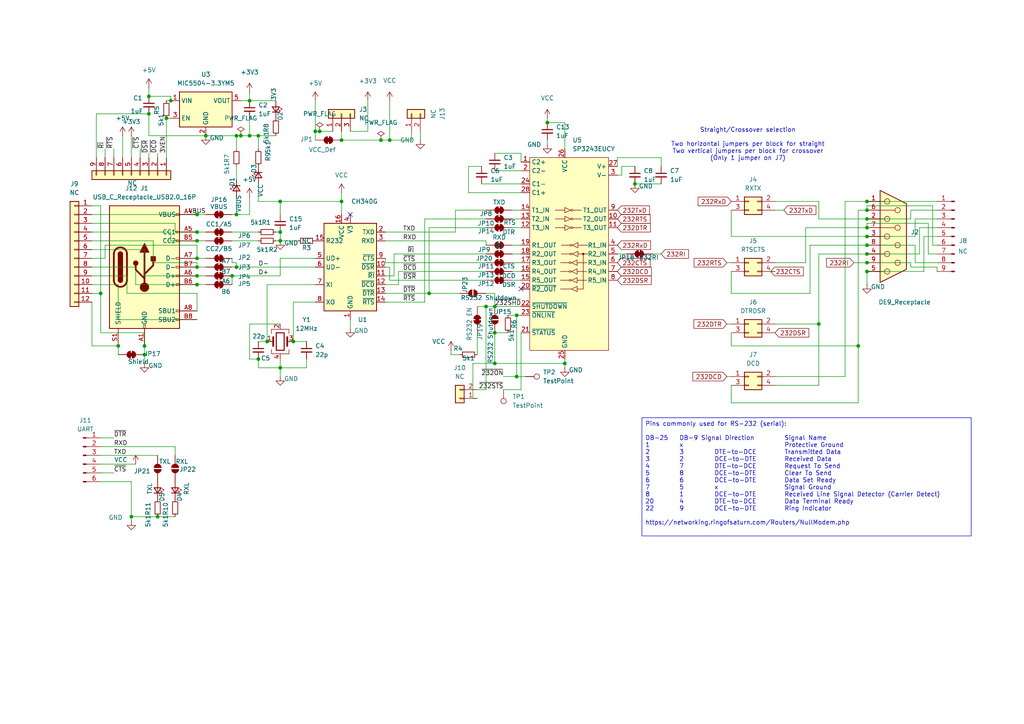
<source format=kicad_sch>
(kicad_sch (version 20231120) (generator "eeschema") (generator_version "8.0")
  (paper "A4")
  (title_block (title "Universal Serial Adapter") (rev "0") (company "ABNielsen.com") (comment 1 "License: https://creativecommons.org/licenses/by-sa/4.0/"))
  (junction (at 251.46 66.04))
  (junction (at 251.46 78.74))
  (junction (at 74.93 104.14))
  (junction (at 143.51 105.41))
  (junction (at 45.72 149.86))
  (junction (at 77.47 99.06))
  (junction (at 72.39 39.37))
  (junction (at 59.69 39.37))
  (junction (at 184.15 53.34))
  (junction (at 81.28 69.85))
  (junction (at 143.51 88.9))
  (junction (at 72.39 29.21))
  (junction (at 69.85 39.37))
  (junction (at 113.03 40.64))
  (junction (at 91.44 38.1))
  (junction (at 110.49 40.64))
  (junction (at 29.21 85.09))
  (junction (at 68.58 62.23))
  (junction (at 251.46 71.12))
  (junction (at 41.91 100.33))
  (junction (at 158.75 35.56))
  (junction (at 149.86 109.22))
  (junction (at 251.46 73.66))
  (junction (at 251.46 60.96))
  (junction (at 68.58 77.47))
  (junction (at 34.29 100.33))
  (junction (at 251.46 68.58))
  (junction (at 237.49 93.98))
  (junction (at 43.18 33.02))
  (junction (at 248.92 100.33))
  (junction (at 99.06 40.64))
  (junction (at 38.1 149.86))
  (junction (at 81.28 106.68))
  (junction (at 48.26 34.29))
  (junction (at 57.15 82.55))
  (junction (at 92.71 38.1))
  (junction (at 57.15 67.31))
  (junction (at 99.06 58.42))
  (junction (at 57.15 62.23))
  (junction (at 124.46 85.09))
  (junction (at 57.15 69.85))
  (junction (at 74.93 39.37))
  (junction (at 43.18 27.94))
  (junction (at 57.15 80.01))
  (junction (at 143.51 96.52))
  (junction (at 81.28 67.31))
  (junction (at 140.97 88.9))
  (junction (at 57.15 77.47))
  (junction (at 81.28 58.42))
  (junction (at 49.53 29.21))
  (junction (at 85.09 99.06))
  (junction (at 67.31 80.01))
  (junction (at 57.15 74.93))
  (junction (at 68.58 39.37))
  (junction (at 41.91 102.87))
  (junction (at 149.86 91.44))
  (junction (at 251.46 76.2))
  (junction (at 251.46 58.42))
  (junction (at 163.83 105.41))
  (junction (at 251.46 63.5))
  (no_connect (at 151.13 83.82))
  (no_connect (at 101.6 62.23))
  (wire (pts (xy 266.7 73.66) (xy 266.7 66.04)))
  (wire (pts (xy 251.46 63.5) (xy 264.16 63.5)))
  (wire (pts (xy 72.39 93.98) (xy 81.28 93.98)))
  (wire (pts (xy 210.82 109.22) (xy 212.09 109.22)))
  (wire (pts (xy 264.16 76.2) (xy 264.16 77.47)))
  (wire (pts (xy 39.37 77.47) (xy 26.67 77.47)))
  (wire (pts (xy 138.43 113.03) (xy 140.97 113.03)))
  (wire (pts (xy 140.97 88.9) (xy 143.51 88.9)))
  (wire (pts (xy 137.16 115.57) (xy 137.16 105.41)))
  (wire (pts (xy 74.93 106.68) (xy 81.28 106.68)))
  (wire (pts (xy 138.43 102.87) (xy 138.43 96.52)))
  (wire (pts (xy 39.37 82.55) (xy 39.37 77.47)))
  (wire (pts (xy 251.46 78.74) (xy 251.46 82.55)))
  (wire (pts (xy 99.06 58.42) (xy 99.06 62.23)))
  (wire (pts (xy 36.83 80.01) (xy 26.67 80.01)))
  (wire (pts (xy 146.05 113.03) (xy 151.13 113.03)))
  (wire (pts (xy 111.76 76.2) (xy 140.97 76.2)))
  (wire (pts (xy 74.93 58.42) (xy 81.28 58.42)))
  (wire (pts (xy 143.51 96.52) (xy 147.32 96.52)))
  (wire (pts (xy 271.78 68.58) (xy 267.97 68.58)))
  (wire (pts (xy 57.15 77.47) (xy 57.15 76.2)))
  (wire (pts (xy 180.34 48.26) (xy 184.15 48.26)))
  (wire (pts (xy 149.86 109.22) (xy 152.4 109.22)))
  (wire (pts (xy 148.59 73.66) (xy 151.13 73.66)))
  (wire (pts (xy 57.15 92.71) (xy 34.29 92.71)))
  (wire (pts (xy 43.18 25.4) (xy 43.18 27.94)))
  (wire (pts (xy 59.69 80.01) (xy 57.15 80.01)))
  (wire (pts (xy 80.01 67.31) (xy 81.28 67.31)))
  (wire (pts (xy 57.15 69.85) (xy 49.53 69.85)))
  (wire (pts (xy 91.44 38.1) (xy 92.71 38.1)))
  (wire (pts (xy 151.13 49.53) (xy 143.51 49.53)))
  (wire (pts (xy 251.46 76.2) (xy 264.16 76.2)))
  (wire (pts (xy 113.03 29.21) (xy 113.03 40.64)))
  (wire (pts (xy 72.39 26.67) (xy 72.39 29.21)))
  (wire (pts (xy 30.48 71.12) (xy 30.48 74.93)))
  (wire (pts (xy 33.02 43.18) (xy 33.02 45.72)))
  (wire (pts (xy 224.79 111.76) (xy 237.49 111.76)))
  (wire (pts (xy 148.59 76.2) (xy 151.13 76.2)))
  (wire (pts (xy 151.13 46.99) (xy 151.13 44.45)))
  (wire (pts (xy 179.07 45.72) (xy 191.77 45.72)))
  (wire (pts (xy 67.31 69.85) (xy 74.93 69.85)))
  (wire (pts (xy 270.51 71.12) (xy 270.51 59.69)))
  (wire (pts (xy 57.15 90.17) (xy 57.15 85.09)))
  (wire (pts (xy 68.58 39.37) (xy 59.69 39.37)))
  (wire (pts (xy 143.51 105.41) (xy 163.83 105.41)))
  (wire (pts (xy 57.15 62.23) (xy 59.69 62.23)))
  (wire (pts (xy 67.31 62.23) (xy 68.58 62.23)))
  (wire (pts (xy 248.92 100.33) (xy 248.92 60.96)))
  (wire (pts (xy 113.03 77.47) (xy 111.76 77.47)))
  (wire (pts (xy 110.49 40.64) (xy 99.06 40.64)))
  (wire (pts (xy 212.09 93.98) (xy 210.82 93.98)))
  (wire (pts (xy 179.07 73.66) (xy 181.61 73.66)))
  (wire (pts (xy 44.45 69.85) (xy 44.45 76.2)))
  (wire (pts (xy 41.91 72.39) (xy 41.91 80.01)))
  (wire (pts (xy 248.92 100.33) (xy 248.92 116.84)))
  (wire (pts (xy 113.03 40.64) (xy 110.49 40.64)))
  (wire (pts (xy 29.21 127) (xy 33.02 127)))
  (wire (pts (xy 158.75 34.29) (xy 158.75 35.56)))
  (wire (pts (xy 264.16 77.47) (xy 271.78 77.47)))
  (wire (pts (xy 26.67 74.93) (xy 30.48 74.93)))
  (wire (pts (xy 245.11 58.42) (xy 251.46 58.42)))
  (wire (pts (xy 74.93 53.34) (xy 74.93 58.42)))
  (wire (pts (xy 74.93 39.37) (xy 74.93 43.18)))
  (wire (pts (xy 140.97 113.03) (xy 140.97 88.9)))
  (wire (pts (xy 81.28 58.42) (xy 99.06 58.42)))
  (wire (pts (xy 135.89 55.88) (xy 135.89 48.26)))
  (wire (pts (xy 67.31 74.93) (xy 67.31 76.2)))
  (wire (pts (xy 224.79 78.74) (xy 223.52 78.74)))
  (wire (pts (xy 57.15 76.2) (xy 44.45 76.2)))
  (wire (pts (xy 91.44 82.55) (xy 77.47 82.55)))
  (wire (pts (xy 101.6 92.71) (xy 101.6 95.25)))
  (wire (pts (xy 85.09 87.63) (xy 85.09 99.06)))
  (wire (pts (xy 67.31 80.01) (xy 67.31 82.55)))
  (wire (pts (xy 212.09 78.74) (xy 212.09 85.09)))
  (wire (pts (xy 224.79 60.96) (xy 227.33 60.96)))
  (wire (pts (xy 140.97 69.85) (xy 140.97 71.12)))
  (wire (pts (xy 135.89 48.26) (xy 139.7 48.26)))
  (wire (pts (xy 67.31 76.2) (xy 68.58 76.2)))
  (wire (pts (xy 49.53 67.31) (xy 26.67 67.31)))
  (wire (pts (xy 111.76 76.2) (xy 111.76 74.93)))
  (wire (pts (xy 111.76 85.09) (xy 124.46 85.09)))
  (wire (pts (xy 265.43 71.12) (xy 251.46 71.12)))
  (wire (pts (xy 81.28 106.68) (xy 88.9 106.68)))
  (wire (pts (xy 34.29 82.55) (xy 26.67 82.55)))
  (wire (pts (xy 57.15 67.31) (xy 50.8 67.31)))
  (wire (pts (xy 264.16 60.96) (xy 271.78 60.96)))
  (wire (pts (xy 59.69 74.93) (xy 57.15 74.93)))
  (wire (pts (xy 146.05 109.22) (xy 149.86 109.22)))
  (wire (pts (xy 35.56 39.37) (xy 35.56 45.72)))
  (wire (pts (xy 57.15 85.09) (xy 36.83 85.09)))
  (wire (pts (xy 115.57 82.55) (xy 111.76 82.55)))
  (wire (pts (xy 68.58 48.26) (xy 68.58 52.07)))
  (wire (pts (xy 149.86 91.44) (xy 149.86 109.22)))
  (wire (pts (xy 143.51 96.52) (xy 143.51 105.41)))
  (wire (pts (xy 113.03 81.28) (xy 140.97 81.28)))
  (wire (pts (xy 271.78 77.47) (xy 271.78 78.74)))
  (wire (pts (xy 72.39 104.14) (xy 74.93 104.14)))
  (wire (pts (xy 29.21 129.54) (xy 50.8 129.54)))
  (wire (pts (xy 27.94 33.02) (xy 27.94 45.72)))
  (wire (pts (xy 237.49 93.98) (xy 237.49 73.66)))
  (wire (pts (xy 67.31 67.31) (xy 74.93 67.31)))
  (wire (pts (xy 269.24 64.77) (xy 269.24 73.66)))
  (wire (pts (xy 147.32 91.44) (xy 149.86 91.44)))
  (wire (pts (xy 101.6 38.1) (xy 106.68 38.1)))
  (wire (pts (xy 48.26 34.29) (xy 48.26 45.72)))
  (wire (pts (xy 91.44 29.21) (xy 91.44 38.1)))
  (wire (pts (xy 81.28 74.93) (xy 91.44 74.93)))
  (wire (pts (xy 40.64 43.18) (xy 40.64 45.72)))
  (wire (pts (xy 271.78 71.12) (xy 270.51 71.12)))
  (wire (pts (xy 29.21 132.08) (xy 45.72 132.08)))
  (wire (pts (xy 179.07 48.26) (xy 179.07 45.72)))
  (wire (pts (xy 265.43 68.58) (xy 251.46 68.58)))
  (wire (pts (xy 48.26 34.29) (xy 49.53 34.29)))
  (wire (pts (xy 148.59 63.5) (xy 151.13 63.5)))
  (wire (pts (xy 29.21 96.52) (xy 29.21 85.09)))
  (wire (pts (xy 233.68 66.04) (xy 251.46 66.04)))
  (wire (pts (xy 30.48 43.18) (xy 30.48 45.72)))
  (wire (pts (xy 74.93 106.68) (xy 74.93 104.14)))
  (wire (pts (xy 264.16 63.5) (xy 264.16 60.96)))
  (wire (pts (xy 123.19 63.5) (xy 140.97 63.5)))
  (wire (pts (xy 271.78 63.5) (xy 265.43 63.5)))
  (wire (pts (xy 132.08 60.96) (xy 132.08 67.31)))
  (wire (pts (xy 34.29 102.87) (xy 34.29 100.33)))
  (wire (pts (xy 34.29 100.33) (xy 26.67 100.33)))
  (wire (pts (xy 68.58 62.23) (xy 72.39 62.23)))
  (wire (pts (xy 50.8 67.31) (xy 50.8 64.77)))
  (wire (pts (xy 113.03 81.28) (xy 113.03 77.47)))
  (wire (pts (xy 224.79 109.22) (xy 245.11 109.22)))
  (wire (pts (xy 57.15 71.12) (xy 30.48 71.12)))
  (wire (pts (xy 237.49 63.5) (xy 251.46 63.5)))
  (wire (pts (xy 41.91 105.41) (xy 41.91 102.87)))
  (wire (pts (xy 68.58 57.15) (xy 68.58 62.23)))
  (wire (pts (xy 57.15 82.55) (xy 39.37 82.55)))
  (wire (pts (xy 38.1 149.86) (xy 45.72 149.86)))
  (wire (pts (xy 237.49 111.76) (xy 237.49 93.98)))
  (wire (pts (xy 115.57 82.55) (xy 115.57 78.74)))
  (wire (pts (xy 163.83 104.14) (xy 163.83 105.41)))
  (wire (pts (xy 189.23 73.66) (xy 191.77 73.66)))
  (wire (pts (xy 212.09 96.52) (xy 212.09 100.33)))
  (wire (pts (xy 248.92 60.96) (xy 251.46 60.96)))
  (wire (pts (xy 114.3 73.66) (xy 140.97 73.66)))
  (wire (pts (xy 163.83 35.56) (xy 163.83 43.18)))
  (wire (pts (xy 212.09 76.2) (xy 210.82 76.2)))
  (wire (pts (xy 251.46 58.42) (xy 271.78 58.42)))
  (wire (pts (xy 212.09 85.09) (xy 234.95 85.09)))
  (wire (pts (xy 212.09 100.33) (xy 248.92 100.33)))
  (wire (pts (xy 49.53 69.85) (xy 49.53 67.31)))
  (wire (pts (xy 41.91 72.39) (xy 26.67 72.39)))
  (wire (pts (xy 106.68 29.21) (xy 106.68 38.1)))
  (wire (pts (xy 158.75 35.56) (xy 163.83 35.56)))
  (wire (pts (xy 91.44 38.1) (xy 91.44 40.64)))
  (wire (pts (xy 80.01 39.37) (xy 74.93 39.37)))
  (wire (pts (xy 237.49 73.66) (xy 251.46 73.66)))
  (wire (pts (xy 224.79 76.2) (xy 233.68 76.2)))
  (wire (pts (xy 57.15 74.93) (xy 57.15 71.12)))
  (wire (pts (xy 212.09 116.84) (xy 212.09 111.76)))
  (wire (pts (xy 247.65 76.2) (xy 251.46 76.2)))
  (wire (pts (xy 224.79 58.42) (xy 237.49 58.42)))
  (wire (pts (xy 151.13 78.74) (xy 148.59 78.74)))
  (wire (pts (xy 72.39 34.29) (xy 72.39 39.37)))
  (wire (pts (xy 237.49 58.42) (xy 237.49 63.5)))
  (wire (pts (xy 36.83 85.09) (xy 36.83 80.01)))
  (wire (pts (xy 72.39 39.37) (xy 69.85 39.37)))
  (wire (pts (xy 248.92 116.84) (xy 212.09 116.84)))
  (wire (pts (xy 180.34 48.26) (xy 180.34 50.8)))
  (wire (pts (xy 245.11 109.22) (xy 245.11 58.42)))
  (wire (pts (xy 29.21 85.09) (xy 26.67 85.09)))
  (wire (pts (xy 267.97 68.58) (xy 267.97 78.74)))
  (wire (pts (xy 50.8 132.08) (xy 50.8 129.54)))
  (wire (pts (xy 38.1 149.86) (xy 38.1 139.7)))
  (wire (pts (xy 224.79 93.98) (xy 237.49 93.98)))
  (wire (pts (xy 234.95 85.09) (xy 234.95 71.12)))
  (wire (pts (xy 233.68 76.2) (xy 233.68 66.04)))
  (wire (pts (xy 29.21 137.16) (xy 33.02 137.16)))
  (wire (pts (xy 138.43 88.9) (xy 140.97 88.9)))
  (wire (pts (xy 151.13 44.45) (xy 143.51 44.45)))
  (wire (pts (xy 39.37 134.62) (xy 29.21 134.62)))
  (wire (pts (xy 191.77 48.26) (xy 191.77 45.72)))
  (wire (pts (xy 271.78 76.2) (xy 265.43 76.2)))
  (wire (pts (xy 81.28 62.23) (xy 81.28 58.42)))
  (wire (pts (xy 149.86 91.44) (xy 151.13 91.44)))
  (wire (pts (xy 140.97 78.74) (xy 115.57 78.74)))
  (wire (pts (xy 77.47 82.55) (xy 77.47 99.06)))
  (wire (pts (xy 85.09 99.06) (xy 88.9 99.06)))
  (wire (pts (xy 49.53 27.94) (xy 49.53 29.21)))
  (wire (pts (xy 57.15 69.85) (xy 59.69 69.85)))
  (wire (pts (xy 57.15 80.01) (xy 41.91 80.01)))
  (wire (pts (xy 138.43 115.57) (xy 137.16 115.57)))
  (wire (pts (xy 43.18 39.37) (xy 59.69 39.37)))
  (wire (pts (xy 267.97 78.74) (xy 251.46 78.74)))
  (wire (pts (xy 81.28 106.68) (xy 81.28 109.22)))
  (wire (pts (xy 43.18 33.02) (xy 27.94 33.02)))
  (wire (pts (xy 269.24 73.66) (xy 271.78 73.66)))
  (wire (pts (xy 251.46 64.77) (xy 269.24 64.77)))
  (wire (pts (xy 38.1 39.37) (xy 38.1 45.72)))
  (wire (pts (xy 43.18 44.45) (xy 43.18 45.72)))
  (wire (pts (xy 130.81 102.87) (xy 130.81 101.6)))
  (wire (pts (xy 148.59 71.12) (xy 151.13 71.12)))
  (wire (pts (xy 180.34 50.8) (xy 179.07 50.8)))
  (wire (pts (xy 67.31 77.47) (xy 68.58 77.47)))
  (wire (pts (xy 265.43 63.5) (xy 265.43 68.58)))
  (wire (pts (xy 44.45 69.85) (xy 26.67 69.85)))
  (wire (pts (xy 137.16 105.41) (xy 143.51 105.41)))
  (wire (pts (xy 111.76 69.85) (xy 140.97 69.85)))
  (wire (pts (xy 74.93 39.37) (xy 72.39 39.37)))
  (wire (pts (xy 111.76 80.01) (xy 114.3 80.01)))
  (wire (pts (xy 121.92 38.1) (xy 121.92 40.64)))
  (wire (pts (xy 68.58 77.47) (xy 91.44 77.47)))
  (wire (pts (xy 234.95 71.12) (xy 251.46 71.12)))
  (wire (pts (xy 80.01 69.85) (xy 81.28 69.85)))
  (wire (pts (xy 26.67 100.33) (xy 26.67 87.63)))
  (wire (pts (xy 212.09 68.58) (xy 251.46 68.58)))
  (wire (pts (xy 92.71 38.1) (xy 96.52 38.1)))
  (wire (pts (xy 270.51 59.69) (xy 251.46 59.69)))
  (wire (pts (xy 99.06 40.64) (xy 99.06 38.1)))
  (wire (pts (xy 251.46 73.66) (xy 266.7 73.66)))
  (wire (pts (xy 72.39 62.23) (xy 72.39 57.15)))
  (wire (pts (xy 29.21 59.69) (xy 26.67 59.69)))
  (wire (pts (xy 266.7 66.04) (xy 271.78 66.04)))
  (wire (pts (xy 29.21 85.09) (xy 29.21 59.69)))
  (wire (pts (xy 26.67 62.23) (xy 57.15 62.23)))
  (wire (pts (xy 81.28 80.01) (xy 81.28 74.93)))
  (wire (pts (xy 123.19 87.63) (xy 123.19 63.5)))
  (wire (pts (xy 124.46 85.09) (xy 124.46 66.04)))
  (wire (pts (xy 130.81 102.87) (xy 133.35 102.87)))
  (wire (pts (xy 38.1 139.7) (xy 29.21 139.7)))
  (wire (pts (xy 119.38 40.64) (xy 119.38 38.1)))
  (wire (pts (xy 41.91 100.33) (xy 41.91 96.52)))
  (wire (pts (xy 67.31 80.01) (xy 81.28 80.01)))
  (wire (pts (xy 151.13 55.88) (xy 135.89 55.88)))
  (wire (pts (xy 38.1 151.13) (xy 38.1 149.86)))
  (wire (pts (xy 111.76 87.63) (xy 123.19 87.63)))
  (wire (pts (xy 59.69 82.55) (xy 57.15 82.55)))
  (wire (pts (xy 57.15 77.47) (xy 59.69 77.47)))
  (wire (pts (xy 91.44 87.63) (xy 85.09 87.63)))
  (wire (pts (xy 143.51 85.09) (xy 143.51 88.9)))
  (wire (pts (xy 41.91 96.52) (xy 29.21 96.52)))
  (wire (pts (xy 265.43 76.2) (xy 265.43 71.12)))
  (wire (pts (xy 114.3 80.01) (xy 114.3 73.66)))
  (wire (pts (xy 132.08 60.96) (xy 140.97 60.96)))
  (wire (pts (xy 81.28 106.68) (xy 81.28 104.14)))
  (wire (pts (xy 212.09 60.96) (xy 212.09 68.58)))
  (wire (pts (xy 124.46 85.09) (xy 133.35 85.09)))
  (wire (pts (xy 72.39 29.21) (xy 80.01 29.21)))
  (wire (pts (xy 184.15 53.34) (xy 191.77 53.34)))
  (wire (pts (xy 132.08 67.31) (xy 111.76 67.31)))
  (wire (pts (xy 251.46 66.04) (xy 251.46 64.77)))
  (wire (pts (xy 148.59 60.96) (xy 151.13 60.96)))
  (wire (pts (xy 72.39 93.98) (xy 72.39 104.14)))
  (wire (pts (xy 148.59 81.28) (xy 151.13 81.28)))
  (wire (pts (xy 68.58 76.2) (xy 68.58 77.47)))
  (wire (pts (xy 113.03 40.64) (xy 119.38 40.64)))
  (wire (pts (xy 48.26 29.21) (xy 49.53 29.21)))
  (wire (pts (xy 74.93 99.06) (xy 77.47 99.06)))
  (wire (pts (xy 41.91 100.33) (xy 41.91 102.87)))
  (wire (pts (xy 163.83 105.41) (xy 163.83 106.68)))
  (wire (pts (xy 124.46 66.04) (xy 140.97 66.04)))
  (wire (pts (xy 151.13 96.52) (xy 151.13 113.03)))
  (wire (pts (xy 50.8 64.77) (xy 26.67 64.77)))
  (wire (pts (xy 69.85 39.37) (xy 68.58 39.37)))
  (wire (pts (xy 45.72 149.86) (xy 50.8 149.86)))
  (wire (pts (xy 143.51 88.9) (xy 151.13 88.9)))
  (wire (pts (xy 34.29 92.71) (xy 34.29 82.55)))
  (wire (pts (xy 81.28 69.85) (xy 86.36 69.85)))
  (wire (pts (xy 88.9 106.68) (xy 88.9 104.14)))
  (wire (pts (xy 81.28 67.31) (xy 81.28 69.85)))
  (wire (pts (xy 43.18 33.02) (xy 43.18 39.37)))
  (wire (pts (xy 148.59 66.04) (xy 151.13 66.04)))
  (wire (pts (xy 158.75 40.64) (xy 158.75 41.91)))
  (wire (pts (xy 57.15 67.31) (xy 59.69 67.31)))
  (wire (pts (xy 251.46 59.69) (xy 251.46 60.96)))
  (wire (pts (xy 140.97 85.09) (xy 143.51 85.09)))
  (wire (pts (xy 68.58 39.37) (xy 68.58 43.18)))
  (wire (pts (xy 45.72 44.45) (xy 45.72 45.72)))
  (wire (pts (xy 99.06 55.88) (xy 99.06 58.42)))
  (wire (pts (xy 151.13 53.34) (xy 139.7 53.34)))
  (wire (pts (xy 43.18 27.94) (xy 49.53 27.94)))
  (wire (pts (xy 69.85 29.21) (xy 72.39 29.21)))
  (text_box "Pins commonly used for RS-232 (serial):\n\nDB-25	DB-9 Signal Direction	Signal Name\n1	 	x						Protective Ground\n2		3		DTE-to-DCE		Transmitted Data\n3		2		DCE-to-DTE		Received Data\n4		7		DTE-to-DCE		Request To Send\n5		8		DCE-to-DTE		Clear To Send\n6		6		DCE-to-DTE		Data Set Ready\n7		5		x				Signal Ground\n8		1		DCE-to-DTE		Received Line Signal Detector (Carrier Detect)\n20		4		DTE-to-DCE		Data Terminal Ready\n22		9		DCE-to-DTE		Ring Indicator\n\nhttps://networking.ringofsaturn.com/Routers/NullModem.php" (at 186.182 121.158 0) (size 95.504 34.29) (effects (font (size 1.27 1.27)) (justify left top)))
  (text "Straight/Crossover selection\n\nTwo horizontal jumpers per block for straight\nTwo vertical jumpers per block for crossover\n(Only 1 jumper on J7)" (at 216.916 41.91 0) (effects (font (size 1.27 1.27))))
  (label "VBUS" (at 54.61 62.23 0))
  (label "~{DCD}" (at 45.72 44.45 90))
  (label "TXD" (at 116.84 67.31 0))
  (label "~{CTS}" (at 40.64 43.18 90))
  (label "~{232SHD}" (at 143.51 88.9 0))
  (label "D-" (at 74.93 77.47 0))
  (label "~{RI}" (at 118.11 73.66 0))
  (label "~{DSR}" (at 116.84 81.28 0))
  (label "~{DSR}" (at 43.18 44.45 90))
  (label "~{232ON}" (at 146.05 109.22 180))
  (label "3VEN" (at 48.26 44.45 90))
  (label "~{RTS}" (at 116.84 87.63 0))
  (label "~{DTR}" (at 116.84 85.09 0))
  (label "RXD" (at 116.84 69.85 0))
  (label "D+" (at 74.93 80.01 0))
  (label "~{DTR}" (at 33.02 127 0))
  (label "~{CTS}" (at 116.84 76.2 0))
  (label "~{DCD}" (at 116.84 78.74 0))
  (label "RXD" (at 33.02 129.54 0))
  (label "TXD" (at 33.02 132.08 0))
  (label "~{RTS}" (at 33.02 43.18 90))
  (label "~{232STS}" (at 146.05 113.03 180))
  (label "~{CTS}" (at 33.02 137.16 0))
  (label "~{RI}" (at 30.48 43.18 90))
  (global_label "232CTS" (shape input) (at 223.52 78.74 0) (property "Intersheetrefs" "${INTERSHEET_REFS}" (effects (hide yes))))
  (global_label "232RxD" (shape input) (at 212.09 58.42 180) (property "Intersheetrefs" "${INTERSHEET_REFS}" (effects (hide yes))))
  (global_label "232CTS" (shape input) (at 179.07 76.2 0) (property "Intersheetrefs" "${INTERSHEET_REFS}" (effects (hide yes))))
  (global_label "232RxD" (shape input) (at 179.07 71.12 0) (property "Intersheetrefs" "${INTERSHEET_REFS}" (effects (hide yes))))
  (global_label "232DTR" (shape input) (at 179.07 66.04 0) (property "Intersheetrefs" "${INTERSHEET_REFS}" (effects (hide yes))))
  (global_label "232DCD" (shape input) (at 179.07 78.74 0) (property "Intersheetrefs" "${INTERSHEET_REFS}" (effects (hide yes))))
  (global_label "232TxD" (shape input) (at 179.07 60.96 0) (property "Intersheetrefs" "${INTERSHEET_REFS}" (effects (hide yes))))
  (global_label "232RTS" (shape input) (at 179.07 63.5 0) (property "Intersheetrefs" "${INTERSHEET_REFS}" (effects (hide yes))))
  (global_label "232TxD" (shape input) (at 227.33 60.96 0) (property "Intersheetrefs" "${INTERSHEET_REFS}" (effects (hide yes))))
  (global_label "232DSR" (shape input) (at 224.79 96.52 0) (property "Intersheetrefs" "${INTERSHEET_REFS}" (effects (hide yes))))
  (global_label "232DTR" (shape input) (at 210.82 93.98 180) (property "Intersheetrefs" "${INTERSHEET_REFS}" (effects (hide yes))))
  (global_label "232DCD" (shape input) (at 210.82 109.22 180) (property "Intersheetrefs" "${INTERSHEET_REFS}" (effects (hide yes))))
  (global_label "232RTS" (shape input) (at 210.82 76.2 180) (property "Intersheetrefs" "${INTERSHEET_REFS}" (effects (hide yes))))
  (global_label "232RI" (shape input) (at 191.77 73.66 0) (property "Intersheetrefs" "${INTERSHEET_REFS}" (effects (hide yes))))
  (global_label "232DSR" (shape input) (at 179.07 81.28 0) (property "Intersheetrefs" "${INTERSHEET_REFS}" (effects (hide yes))))
  (global_label "232RI" (shape input) (at 247.65 76.2 180) (property "Intersheetrefs" "${INTERSHEET_REFS}" (effects (hide yes))))
  (symbol (lib_id "Connector:TestPoint") (at 146.05 113.03 180) (unit 1)
    (property "Reference" "TP1" (at 148.59 115.0619 0) (effects (justify right)))
    (property "Value" "TestPoint" (at 148.59 117.6019 0) (effects (justify right)))
    (property "Footprint" "TestPoint:TestPoint_Pad_D1.0mm" (effects (hide yes)))
    (property "Description" "test point" (effects (hide yes)))
  )
  (symbol (lib_id "Connector_Generic:Conn_01x02") (at 119.38 33.02 90) (unit 1)
    (property "Reference" "J13" (at 128.27 33.02 0))
    (property "Value" "NC" (at 125.73 33.02 0))
    (property "Footprint" "Connector_PinHeader_2.54mm:PinHeader_1x02_P2.54mm_Vertical" (effects (hide yes)))
    (property "Description" "Generic connector, single row, 01x02, script generated (kicad-library-utils/schlib/autogen/connector/)" (effects (hide yes)))
  )
  (symbol (lib_id "power:PWR_FLAG") (at 92.71 38.1 0) (unit 1)
    (property "Reference" "#FLG01" (effects (hide yes)))
    (property "Value" "PWR_FLAG" (at 92.71 33.02 0))
    (property "Description" "Special symbol for telling ERC where power comes from" (effects (hide yes)))
  )
  (symbol (lib_id "power:+5V") (at 43.18 25.4 0) (unit 1)
    (property "Reference" "#PWR01" (effects (hide yes)))
    (property "Value" "+5V" (at 43.18 20.32 0))
    (property "Description" "Power symbol creates a global label with name \"+5V\"" (effects (hide yes)))
  )
  (symbol (lib_id "power:GND") (at 251.46 82.55 0) (unit 1)
    (property "Reference" "#PWR08" (effects (hide yes)))
    (property "Value" "GND" (at 254.635 83.185 0))
    (property "Description" "Power symbol creates a global label with name \"GND\" , ground" (effects (hide yes)))
  )
  (symbol (lib_id "power:GND") (at 41.91 105.41 0) (unit 1)
    (property "Reference" "#PWR06" (effects (hide yes)))
    (property "Value" "GND" (at 45.085 106.045 0))
    (property "Description" "Power symbol creates a global label with name \"GND\" , ground" (effects (hide yes)))
  )
  (symbol (lib_id "Device:LED_Small") (at 74.93 50.8 90) (mirror x) (unit 1)
    (property "Reference" "D3" (at 73.66 48.895 0))
    (property "Value" "VCC" (at 75.565 55.245 0))
    (property "Footprint" "LED_SMD:LED_0603_1608Metric" (effects (hide yes)))
    (property "LCSC" "C2286" (effects (hide yes)))
  )
  (symbol (lib_id "Device:C_Small") (at 158.75 38.1 0) (unit 1)
    (property "Reference" "C13" (at 161.29 36.8362 0) (effects (justify left)))
    (property "Value" "1uF" (at 161.29 39.3762 0) (effects (justify left)))
    (property "Footprint" "Capacitor_SMD:C_0805_2012Metric" (effects (hide yes)))
    (property "LCSC" "C28323" (effects (hide yes)))
  )
  (symbol (lib_id "power:+3V3") (at 72.39 26.67 0) (unit 1)
    (property "Reference" "#PWR03" (effects (hide yes)))
    (property "Value" "+3V3" (at 72.39 20.955 0))
    (property "Description" "Power symbol creates a global label with name \"+3V3\"" (effects (hide yes)))
  )
  (symbol (lib_id "Jumper:SolderJumper_2_Bridged") (at 144.78 60.96 0) (unit 1) (exclude_from_sim yes) (in_bom no)
    (property "Reference" "JP8" (at 140.97 61.976 0))
    (property "Value" "TXD" (at 144.78 58.674 0))
    (property "Footprint" "Jumper:SolderJumper-2_P1.3mm_Bridged_RoundedPad1.0x1.5mm" (effects (hide yes)))
    (property "Description" "Solder Jumper, 2-pole, closed/bridged" (effects (hide yes)))
  )
  (symbol (lib_id "power:GND") (at 163.83 106.68 0) (unit 1)
    (property "Reference" "#PWR012" (effects (hide yes)))
    (property "Value" "GND" (at 167.005 107.315 0))
    (property "Description" "Power symbol creates a global label with name \"GND\" , ground" (effects (hide yes)))
  )
  (symbol (lib_id "Connector:DE9_Receptacle") (at 259.08 68.58 0) (unit 1)
    (property "Reference" "J2" (at 264.16 67.3099 0) (effects (justify left)))
    (property "Value" "DE9_Receptacle" (at 254.762 87.63 0) (effects (justify left)))
    (property "Footprint" "Connector_Dsub:DSUB-9_Female_Horizontal_P2.77x2.84mm_EdgePinOffset7.70mm_Housed_MountingHolesOffset9.12mm" (effects (hide yes)))
    (property "Description" "9-pin female receptacle socket D-SUB connector" (effects (hide yes)))
    (property "LCSC" "C19077344" (effects (hide yes)))
  )
  (symbol (lib_id "Device:R_Small") (at 77.47 69.85 90) (unit 1)
    (property "Reference" "R2" (at 79.248 72.39 90))
    (property "Value" "5k1" (at 76.2 72.39 90))
    (property "Footprint" "Resistor_SMD:R_0805_2012Metric" (effects (hide yes)))
    (property "Description" "Resistor, small symbol" (effects (hide yes)))
  )
  (symbol (lib_id "Jumper:SolderJumper_2_Bridged") (at 144.78 63.5 0) (unit 1) (exclude_from_sim yes) (in_bom no)
    (property "Reference" "JP10" (at 140.97 64.77 0))
    (property "Value" "RTS" (at 147.828 64.516 0))
    (property "Footprint" "Jumper:SolderJumper-2_P1.3mm_Bridged_RoundedPad1.0x1.5mm" (effects (hide yes)))
    (property "Description" "Solder Jumper, 2-pole, closed/bridged" (effects (hide yes)))
  )
  (symbol (lib_id "power:GND") (at 101.6 95.25 0) (unit 1)
    (property "Reference" "#PWR018" (effects (hide yes)))
    (property "Value" "GND" (at 104.775 95.885 0))
    (property "Description" "Power symbol creates a global label with name \"GND\" , ground" (effects (hide yes)))
  )
  (symbol (lib_id "power:+5V") (at 35.56 39.37 0) (unit 1)
    (property "Reference" "#PWR022" (effects (hide yes)))
    (property "Value" "+5V" (at 35.56 34.29 0))
    (property "Description" "Power symbol creates a global label with name \"+5V\"" (effects (hide yes)))
  )
  (symbol (lib_id "Jumper:SolderJumper_2_Bridged") (at 185.42 73.66 0) (unit 1) (exclude_from_sim yes) (in_bom no)
    (property "Reference" "JP18" (at 181.61 74.676 0))
    (property "Value" "232RI" (at 188.214 74.676 0))
    (property "Footprint" "Jumper:SolderJumper-2_P1.3mm_Bridged_RoundedPad1.0x1.5mm" (effects (hide yes)))
    (property "Description" "Solder Jumper, 2-pole, closed/bridged" (effects (hide yes)))
  )
  (symbol (lib_id "power:+3V3") (at 106.68 29.21 0) (unit 1)
    (property "Reference" "#PWR010" (effects (hide yes)))
    (property "Value" "+3V3" (at 106.68 23.495 0))
    (property "Description" "Power symbol creates a global label with name \"+3V3\"" (effects (hide yes)))
  )
  (symbol (lib_id "Connector:TestPoint") (at 152.4 109.22 270) (unit 1)
    (property "Reference" "TP2" (at 157.48 107.9499 90) (effects (justify left)))
    (property "Value" "TestPoint" (at 157.48 110.4899 90) (effects (justify left)))
    (property "Footprint" "TestPoint:TestPoint_Pad_D1.0mm" (effects (hide yes)))
    (property "Description" "test point" (effects (hide yes)))
  )
  (symbol (lib_id "Device:C_Small") (at 191.77 50.8 0) (unit 1)
    (property "Reference" "C7" (at 194.31 49.5362 0) (effects (justify left)))
    (property "Value" "1uF" (at 194.31 52.0762 0) (effects (justify left)))
    (property "Footprint" "Capacitor_SMD:C_0805_2012Metric" (effects (hide yes)))
    (property "LCSC" "C28323" (effects (hide yes)))
  )
  (symbol (lib_id "Device:Crystal_GND24") (at 81.28 99.06 0) (unit 1)
    (property "Reference" "Y1" (at 88.9 92.7414 0))
    (property "Value" "12MHz" (at 88.9 95.2814 0))
    (property "Footprint" "Crystal:Crystal_SMD_3225-4Pin_3.2x2.5mm" (effects (hide yes)))
    (property "Description" "Four pin crystal, GND on pins 2 and 4" (effects (hide yes)))
    (property "LCSC" "C133334" (effects (hide yes)))
  )
  (symbol (lib_id "power:GND") (at 158.75 41.91 0) (unit 1)
    (property "Reference" "#PWR017" (effects (hide yes)))
    (property "Value" "GND" (at 154.94 41.91 0))
    (property "Description" "Power symbol creates a global label with name \"GND\" , ground" (effects (hide yes)))
  )
  (symbol (lib_id "Connector_Generic:Conn_02x02_Odd_Even") (at 217.17 76.2 0) (unit 1)
    (property "Reference" "J5" (at 218.44 69.85 0))
    (property "Value" "RTSCTS" (at 218.44 72.39 0))
    (property "Footprint" "Connector_PinHeader_2.54mm:PinHeader_2x02_P2.54mm_Vertical" (effects (hide yes)))
    (property "Description" "Generic connector, double row, 02x02, odd/even pin numbering scheme (row 1 odd numbers, row 2 even numbers), script generated (kicad-library-utils/schlib/autogen/connector/)" (effects (hide yes)))
    (property "LCSC" "C492419" (effects (hide yes)))
  )
  (symbol (lib_id "Jumper:SolderJumper_2_Open") (at 45.72 135.89 270) (unit 1) (exclude_from_sim yes) (in_bom no)
    (property "Reference" "JP21" (at 43.688 136.652 90) (effects (justify right)))
    (property "Value" "TXL" (at 49.53 133.858 90) (effects (justify right)))
    (property "Footprint" "Jumper:SolderJumper-2_P1.3mm_Open_RoundedPad1.0x1.5mm" (effects (hide yes)))
    (property "Description" "Solder Jumper, 2-pole, open" (effects (hide yes)))
  )
  (symbol (lib_id "power:PWR_FLAG") (at 110.49 40.64 0) (unit 1)
    (property "Reference" "#FLG03" (effects (hide yes)))
    (property "Value" "PWR_FLAG" (at 110.49 35.56 0))
    (property "Description" "Special symbol for telling ERC where power comes from" (effects (hide yes)))
  )
  (symbol (lib_id "Device:LED_Small") (at 50.8 142.24 270) (mirror x) (unit 1)
    (property "Reference" "D4" (at 52.07 144.145 0))
    (property "Value" "RXL" (at 54.102 141.732 0))
    (property "Footprint" "LED_SMD:LED_0603_1608Metric" (effects (hide yes)))
    (property "LCSC" "C2286" (effects (hide yes)))
  )
  (symbol (lib_id "power:VCC") (at 99.06 55.88 0) (unit 1)
    (property "Reference" "#PWR019" (effects (hide yes)))
    (property "Value" "VCC" (at 99.06 50.8 0))
    (property "Description" "Power symbol creates a global label with name \"VCC\"" (effects (hide yes)))
  )
  (symbol (lib_id "Device:R_Small") (at 50.8 147.32 180) (unit 1)
    (property "Reference" "R10" (at 48.006 147.574 90))
    (property "Value" "5k1" (at 48.006 151.13 90))
    (property "Footprint" "Resistor_SMD:R_0805_2012Metric" (effects (hide yes)))
    (property "Description" "Resistor, small symbol" (effects (hide yes)))
  )
  (symbol (lib_id "Device:C_Small") (at 184.15 50.8 0) (unit 1)
    (property "Reference" "C8" (at 186.69 49.5362 0) (effects (justify left)))
    (property "Value" "1uF" (at 186.69 52.0762 0) (effects (justify left)))
    (property "Footprint" "Capacitor_SMD:C_0805_2012Metric" (effects (hide yes)))
    (property "LCSC" "C28323" (effects (hide yes)))
  )
  (symbol (lib_id "Device:C_Small") (at 74.93 101.6 0) (unit 1)
    (property "Reference" "C5" (at 75.692 103.886 0) (effects (justify left)))
    (property "Value" "22p" (at 73.152 97.536 0) (effects (justify left)))
    (property "Footprint" "Capacitor_SMD:C_0805_2012Metric" (effects (hide yes)))
    (property "Description" "Unpolarized capacitor, small symbol" (effects (hide yes)))
  )
  (symbol (lib_id "Device:R_Small") (at 45.72 147.32 180) (unit 1)
    (property "Reference" "R11" (at 42.926 147.574 90))
    (property "Value" "5k1" (at 42.926 151.13 90))
    (property "Footprint" "Resistor_SMD:R_0805_2012Metric" (effects (hide yes)))
    (property "Description" "Resistor, small symbol" (effects (hide yes)))
  )
  (symbol (lib_id "Jumper:SolderJumper_2_Bridged") (at 63.5 69.85 180) (unit 1) (exclude_from_sim yes) (in_bom no)
    (property "Reference" "JP7" (at 70.866 71.12 0))
    (property "Value" "CC2/B5" (at 63.5 72.136 0))
    (property "Footprint" "Jumper:SolderJumper-2_P1.3mm_Bridged_RoundedPad1.0x1.5mm" (effects (hide yes)))
    (property "Description" "Solder Jumper, 2-pole, closed/bridged" (effects (hide yes)))
  )
  (symbol (lib_id "power:GND") (at 81.28 109.22 0) (unit 1)
    (property "Reference" "#PWR07" (effects (hide yes)))
    (property "Value" "GND" (at 84.455 109.855 0))
    (property "Description" "Power symbol creates a global label with name \"GND\" , ground" (effects (hide yes)))
  )
  (symbol (lib_id "power:GND") (at 121.92 40.64 0) (unit 1)
    (property "Reference" "#PWR023" (effects (hide yes)))
    (property "Value" "GND" (at 118.11 40.64 0))
    (property "Description" "Power symbol creates a global label with name \"GND\" , ground" (effects (hide yes)))
  )
  (symbol (lib_id "power:VCC") (at 39.37 134.62 0) (unit 1)
    (property "Reference" "#PWR014" (effects (hide yes)))
    (property "Value" "VCC" (at 35.052 133.35 0))
    (property "Description" "Power symbol creates a global label with name \"VCC\"" (effects (hide yes)))
  )
  (symbol (lib_id "power:GND") (at 81.28 69.85 0) (unit 1)
    (property "Reference" "#PWR05" (effects (hide yes)))
    (property "Value" "GND" (at 84.455 70.485 0))
    (property "Description" "Power symbol creates a global label with name \"GND\" , ground" (effects (hide yes)))
  )
  (symbol (lib_id "Jumper:SolderJumper_2_Bridged") (at 144.78 81.28 0) (unit 1) (exclude_from_sim yes) (in_bom no)
    (property "Reference" "JP12" (at 140.97 82.296 0))
    (property "Value" "DSR" (at 147.574 82.55 0))
    (property "Footprint" "Jumper:SolderJumper-2_P1.3mm_Bridged_RoundedPad1.0x1.5mm" (effects (hide yes)))
    (property "Description" "Solder Jumper, 2-pole, closed/bridged" (effects (hide yes)))
  )
  (symbol (lib_id "Jumper:SolderJumper_2_Bridged") (at 144.78 71.12 0) (unit 1) (exclude_from_sim yes) (in_bom no)
    (property "Reference" "JP9" (at 140.462 72.39 0))
    (property "Value" "RXD" (at 144.78 68.834 0))
    (property "Footprint" "Jumper:SolderJumper-2_P1.3mm_Bridged_RoundedPad1.0x1.5mm" (effects (hide yes)))
    (property "Description" "Solder Jumper, 2-pole, closed/bridged" (effects (hide yes)))
  )
  (symbol (lib_id "power:+5V") (at 72.39 57.15 0) (unit 1)
    (property "Reference" "#PWR04" (effects (hide yes)))
    (property "Value" "+5V" (at 72.39 52.07 0))
    (property "Description" "Power symbol creates a global label with name \"+5V\"" (effects (hide yes)))
  )
  (symbol (lib_id "Device:LED_Small") (at 80.01 31.75 270) (mirror x) (unit 1)
    (property "Reference" "D2" (at 81.28 33.655 0))
    (property "Value" "3V3" (at 79.375 27.305 0))
    (property "Footprint" "LED_SMD:LED_0603_1608Metric" (effects (hide yes)))
    (property "LCSC" "C2286" (effects (hide yes)))
  )
  (symbol (lib_id "Jumper:SolderJumper_2_Bridged") (at 63.5 80.01 0) (unit 1) (exclude_from_sim yes) (in_bom no)
    (property "Reference" "JP4" (at 70.866 80.264 0))
    (property "Value" "A6" (at 65.532 81.534 0))
    (property "Footprint" "Jumper:SolderJumper-2_P1.3mm_Bridged_RoundedPad1.0x1.5mm" (effects (hide yes)))
    (property "Description" "Solder Jumper, 2-pole, closed/bridged" (effects (hide yes)))
  )
  (symbol (lib_id "Device:R_Small") (at 68.58 45.72 180) (unit 1)
    (property "Reference" "R7" (at 65.786 45.974 90))
    (property "Value" "5k1" (at 65.786 48.768 90))
    (property "Footprint" "Resistor_SMD:R_0805_2012Metric" (effects (hide yes)))
    (property "Description" "Resistor, small symbol" (effects (hide yes)))
  )
  (symbol (lib_id "Device:R_Small") (at 77.47 67.31 90) (unit 1)
    (property "Reference" "R1" (at 77.216 64.516 90))
    (property "Value" "5k1" (at 74.422 64.516 90))
    (property "Footprint" "Resistor_SMD:R_0805_2012Metric" (effects (hide yes)))
    (property "Description" "Resistor, small symbol" (effects (hide yes)))
  )
  (symbol (lib_id "Device:R_Small") (at 74.93 45.72 0) (unit 1)
    (property "Reference" "R9" (at 77.724 45.466 90))
    (property "Value" "5k1" (at 77.724 42.672 90))
    (property "Footprint" "Resistor_SMD:R_0805_2012Metric" (effects (hide yes)))
    (property "Description" "Resistor, small symbol" (effects (hide yes)))
  )
  (symbol (lib_id "Connector_Generic:Conn_01x03") (at 99.06 33.02 90) (unit 1)
    (property "Reference" "J3" (at 104.14 31.7499 90) (effects (justify right)))
    (property "Value" "NC" (at 104.14 34.2899 90) (effects (justify right)))
    (property "Footprint" "Connector_PinHeader_2.54mm:PinHeader_1x03_P2.54mm_Vertical" (effects (hide yes)))
    (property "Description" "Generic connector, single row, 01x03, script generated (kicad-library-utils/schlib/autogen/connector/)" (effects (hide yes)))
  )
  (symbol (lib_id "Regulator_Linear:MIC5504-3.3YM5") (at 59.69 31.75 0) (unit 1)
    (property "Reference" "U3" (at 59.69 21.59 0))
    (property "Value" "MIC5504-3.3YM5" (at 59.69 24.13 0))
    (property "Footprint" "Package_TO_SOT_SMD:SOT-23-5" (effects (hide yes)))
    (property "Datasheet" "http://ww1.microchip.com/downloads/en/DeviceDoc/MIC550X.pdf" (effects (hide yes)))
    (property "LCSC" "C2832127" (effects (hide yes)))
  )
  (symbol (lib_id "Connector_Generic:Conn_02x02_Odd_Even") (at 217.17 93.98 0) (unit 1)
    (property "Reference" "J6" (at 218.44 87.63 0))
    (property "Value" "DTRDSR" (at 218.44 90.17 0))
    (property "Footprint" "Connector_PinHeader_2.54mm:PinHeader_2x02_P2.54mm_Vertical" (effects (hide yes)))
    (property "Description" "Generic connector, double row, 02x02, odd/even pin numbering scheme (row 1 odd numbers, row 2 even numbers), script generated (kicad-library-utils/schlib/autogen/connector/)" (effects (hide yes)))
    (property "LCSC" "C492419" (effects (hide yes)))
  )
  (symbol (lib_id "Device:R_Small") (at 147.32 93.98 180) (unit 1)
    (property "Reference" "R6" (at 149.098 93.98 90))
    (property "Value" "5k1" (at 148.336 97.282 90))
    (property "Footprint" "Resistor_SMD:R_0805_2012Metric" (effects (hide yes)))
    (property "Description" "Resistor, small symbol" (effects (hide yes)))
  )
  (symbol (lib_id "Connector_Generic:Conn_01x12") (at 21.59 72.39 0) (mirror y) (unit 1)
    (property "Reference" "J9" (at 21.59 53.34 0))
    (property "Value" "NC" (at 21.59 55.88 0))
    (property "Footprint" "Connector_PinHeader_2.54mm:PinHeader_2x06_P2.54mm_Vertical" (effects (hide yes)))
    (property "Description" "Generic connector, single row, 01x12, script generated (kicad-library-utils/schlib/autogen/connector/)" (effects (hide yes)))
  )
  (symbol (lib_id "power:+3V3") (at 38.1 39.37 0) (unit 1)
    (property "Reference" "#PWR021" (effects (hide yes)))
    (property "Value" "+3V3" (at 38.1 35.306 0))
    (property "Description" "Power symbol creates a global label with name \"+3V3\"" (effects (hide yes)))
  )
  (symbol (lib_id "Jumper:SolderJumper_2_Open") (at 137.16 85.09 180) (unit 1) (exclude_from_sim yes) (in_bom no)
    (property "Reference" "JP23" (at 134.874 85.09 90) (effects (justify right)))
    (property "Value" "RS232 Shutdown" (at 133.604 86.36 0) (effects (justify right)))
    (property "Footprint" "Jumper:SolderJumper-2_P1.3mm_Open_RoundedPad1.0x1.5mm" (effects (hide yes)))
    (property "Description" "Solder Jumper, 2-pole, open" (effects (hide yes)))
  )
  (symbol (lib_id "Jumper:SolderJumper_2_Bridged") (at 63.5 67.31 0) (unit 1) (exclude_from_sim yes) (in_bom no)
    (property "Reference" "JP6" (at 70.866 68.326 0))
    (property "Value" "CC1/A5" (at 63.5 65.024 0))
    (property "Footprint" "Jumper:SolderJumper-2_P1.3mm_Bridged_RoundedPad1.0x1.5mm" (effects (hide yes)))
    (property "Description" "Solder Jumper, 2-pole, closed/bridged" (effects (hide yes)))
  )
  (symbol (lib_id "Connector_Generic:Conn_01x02") (at 133.35 115.57 180) (unit 1)
    (property "Reference" "J10" (at 133.35 106.68 0))
    (property "Value" "NC" (at 133.35 109.22 0))
    (property "Footprint" "Connector_PinHeader_2.54mm:PinHeader_1x02_P2.54mm_Vertical" (effects (hide yes)))
    (property "Description" "Generic connector, single row, 01x02, script generated (kicad-library-utils/schlib/autogen/connector/)" (effects (hide yes)))
  )
  (symbol (lib_id "Jumper:SolderJumper_2_Bridged") (at 144.78 73.66 0) (unit 1) (exclude_from_sim yes) (in_bom no)
    (property "Reference" "JP20" (at 140.462 74.93 0))
    (property "Value" "RI" (at 144.78 71.374 0))
    (property "Footprint" "Jumper:SolderJumper-2_P1.3mm_Bridged_RoundedPad1.0x1.5mm" (effects (hide yes)))
    (property "Description" "Solder Jumper, 2-pole, closed/bridged" (effects (hide yes)))
  )
  (symbol (lib_id "Device:C_Small") (at 72.39 31.75 0) (unit 1)
    (property "Reference" "C2" (at 74.93 30.4862 0) (effects (justify left)))
    (property "Value" "1uF" (at 74.93 33.0262 0) (effects (justify left)))
    (property "Footprint" "Capacitor_SMD:C_0805_2012Metric" (effects (hide yes)))
    (property "LCSC" "C28323" (effects (hide yes)))
  )
  (symbol (lib_id "Jumper:SolderJumper_2_Bridged") (at 63.5 82.55 0) (unit 1) (exclude_from_sim yes) (in_bom no)
    (property "Reference" "JP5" (at 70.866 82.296 0))
    (property "Value" "B6" (at 65.532 84.582 0))
    (property "Footprint" "Jumper:SolderJumper-2_P1.3mm_Bridged_RoundedPad1.0x1.5mm" (effects (hide yes)))
    (property "Description" "Solder Jumper, 2-pole, closed/bridged" (effects (hide yes)))
  )
  (symbol (lib_id "power:+5V") (at 91.44 29.21 0) (unit 1)
    (property "Reference" "#PWR09" (effects (hide yes)))
    (property "Value" "+5V" (at 91.44 24.13 0))
    (property "Description" "Power symbol creates a global label with name \"+5V\"" (effects (hide yes)))
  )
  (symbol (lib_id "Jumper:SolderJumper_2_Open") (at 50.8 135.89 270) (unit 1) (exclude_from_sim yes) (in_bom no)
    (property "Reference" "JP22" (at 56.896 136.144 90) (effects (justify right)))
    (property "Value" "RXL" (at 54.61 133.858 90) (effects (justify right)))
    (property "Footprint" "Jumper:SolderJumper-2_P1.3mm_Open_RoundedPad1.0x1.5mm" (effects (hide yes)))
    (property "Description" "Solder Jumper, 2-pole, open" (effects (hide yes)))
  )
  (symbol (lib_id "Jumper:SolderJumper_2_Bridged") (at 63.5 74.93 0) (unit 1) (exclude_from_sim yes) (in_bom no)
    (property "Reference" "JP2" (at 70.866 74.676 0))
    (property "Value" "A7" (at 65.532 75.692 0))
    (property "Footprint" "Jumper:SolderJumper-2_P1.3mm_Bridged_RoundedPad1.0x1.5mm" (effects (hide yes)))
    (property "Description" "Solder Jumper, 2-pole, closed/bridged" (effects (hide yes)))
  )
  (symbol (lib_id "power:VCC") (at 130.81 101.6 0) (unit 1)
    (property "Reference" "#PWR013" (effects (hide yes)))
    (property "Value" "VCC" (at 127.254 99.06 0))
    (property "Description" "Power symbol creates a global label with name \"VCC\"" (effects (hide yes)))
  )
  (symbol (lib_id "Connector:Conn_01x06_Pin") (at 24.13 132.08 0) (unit 1)
    (property "Reference" "J11" (at 24.765 121.92 0))
    (property "Value" "UART" (at 24.765 124.46 0))
    (property "Footprint" "Connector_PinHeader_2.54mm:PinHeader_1x06_P2.54mm_Vertical" (effects (hide yes)))
    (property "Description" "Generic connector, single row, 01x06, script generated" (effects (hide yes)))
    (property "LCSC" "C37208" (effects (hide yes)))
  )
  (symbol (lib_id "Interface_USB:CH340G") (at 101.6 77.47 0) (unit 1)
    (property "Reference" "U1" (at 103.7941 92.71 0) (effects (justify left)))
    (property "Value" "CH340G" (at 101.854 58.42 0) (effects (justify left)))
    (property "Footprint" "Package_SO:SOIC-16_3.9x9.9mm_P1.27mm" (effects (hide yes)))
    (property "Datasheet" "http://www.datasheet5.com/pdf-local-2195953" (effects (hide yes)))
    (property "Description" "USB serial converter, UART, SOIC-16" (effects (hide yes)))
    (property "LCSC" "C14267" (effects (hide yes)))
  )
  (symbol (lib_id "Jumper:SolderJumper_2_Bridged") (at 95.25 40.64 0) (unit 1) (exclude_from_sim yes) (in_bom no)
    (property "Reference" "JP1" (at 88.9 40.386 0))
    (property "Value" "VCC_Def" (at 93.472 43.434 0))
    (property "Footprint" "Jumper:SolderJumper-2_P1.3mm_Bridged_RoundedPad1.0x1.5mm" (effects (hide yes)))
    (property "Description" "Solder Jumper, 2-pole, closed/bridged" (effects (hide yes)))
  )
  (symbol (lib_id "power:VCC") (at 158.75 34.29 0) (unit 1)
    (property "Reference" "#PWR011" (effects (hide yes)))
    (property "Value" "VCC" (at 158.75 28.448 0))
    (property "Description" "Power symbol creates a global label with name \"VCC\"" (effects (hide yes)))
  )
  (symbol (lib_id "Jumper:SolderJumper_2_Bridged") (at 144.78 66.04 0) (unit 1) (exclude_from_sim yes) (in_bom no)
    (property "Reference" "JP14" (at 140.97 67.056 0))
    (property "Value" "DTR" (at 147.574 67.31 0))
    (property "Footprint" "Jumper:SolderJumper-2_P1.3mm_Bridged_RoundedPad1.0x1.5mm" (effects (hide yes)))
    (property "Description" "Solder Jumper, 2-pole, closed/bridged" (effects (hide yes)))
  )
  (symbol (lib_id "Device:C_Small") (at 43.18 30.48 0) (unit 1)
    (property "Reference" "C1" (at 38.608 28.448 0) (effects (justify left)))
    (property "Value" "1uF" (at 37.846 32.258 0) (effects (justify left)))
    (property "Footprint" "Capacitor_SMD:C_0805_2012Metric" (effects (hide yes)))
    (property "LCSC" "C28323" (effects (hide yes)))
  )
  (symbol (lib_id "Device:R_Small") (at 80.01 36.83 180) (unit 1)
    (property "Reference" "R8" (at 77.216 37.084 90))
    (property "Value" "5k1" (at 77.216 39.878 90))
    (property "Footprint" "Resistor_SMD:R_0805_2012Metric" (effects (hide yes)))
    (property "Description" "Resistor, small symbol" (effects (hide yes)))
  )
  (symbol (lib_id "Jumper:SolderJumper_2_Bridged") (at 144.78 76.2 0) (unit 1) (exclude_from_sim yes) (in_bom no)
    (property "Reference" "JP11" (at 140.97 77.216 0))
    (property "Value" "CTS" (at 147.574 77.216 0))
    (property "Footprint" "Jumper:SolderJumper-2_P1.3mm_Bridged_RoundedPad1.0x1.5mm" (effects (hide yes)))
    (property "Description" "Solder Jumper, 2-pole, closed/bridged" (effects (hide yes)))
  )
  (symbol (lib_id "Device:R_Small") (at 48.26 31.75 180) (unit 1)
    (property "Reference" "R5" (at 45.466 32.004 90))
    (property "Value" "5k1" (at 46.736 34.798 90))
    (property "Footprint" "Resistor_SMD:R_0805_2012Metric" (effects (hide yes)))
    (property "Description" "Resistor, small symbol" (effects (hide yes)))
  )
  (symbol (lib_id "Connector:USB_C_Receptacle_USB2.0_16P") (at 41.91 77.47 0) (unit 1)
    (property "Reference" "J1" (at 41.91 54.61 0))
    (property "Value" "USB_C_Receptacle_USB2.0_16P" (at 41.91 57.15 0))
    (property "Footprint" "Connector_USB:USB_C_Receptacle_HCTL_HC-TYPE-C-16P-01A" (effects (hide yes)))
    (property "Datasheet" "https://www.usb.org/sites/default/files/documents/usb_type-c.zip" (effects (hide yes)))
    (property "Description" "USB 2.0-only 16P Type-C Receptacle connector" (effects (hide yes)))
    (property "LCSC" "C2894897" (effects (hide yes)))
  )
  (symbol (lib_id "Connector:Conn_01x09_Pin") (at 276.86 68.58 0) (mirror y) (unit 1)
    (property "Reference" "J8" (at 278.13 69.8501 0) (effects (justify right)))
    (property "Value" "NC" (at 277.876 72.898 0) (effects (justify right)))
    (property "Footprint" "Connector_PinHeader_2.54mm:PinHeader_2x05_P2.54mm_Vertical" (effects (hide yes)))
    (property "Description" "Generic connector, single row, 01x09, script generated" (effects (hide yes)))
  )
  (symbol (lib_id "power:PWR_FLAG") (at 69.85 39.37 0) (unit 1)
    (property "Reference" "#FLG02" (effects (hide yes)))
    (property "Value" "PWR_FLAG" (at 69.85 34.29 0))
    (property "Description" "Special symbol for telling ERC where power comes from" (effects (hide yes)))
  )
  (symbol (lib_id "power:GND") (at 184.15 53.34 0) (unit 1)
    (property "Reference" "#PWR015" (effects (hide yes)))
    (property "Value" "GND" (at 187.325 53.975 0))
    (property "Description" "Power symbol creates a global label with name \"GND\" , ground" (effects (hide yes)))
  )
  (symbol (lib_id "Device:C_Small") (at 139.7 50.8 0) (unit 1)
    (property "Reference" "C6" (at 142.24 49.5362 0) (effects (justify left)))
    (property "Value" "1uF" (at 142.24 52.0762 0) (effects (justify left)))
    (property "Footprint" "Capacitor_SMD:C_0805_2012Metric" (effects (hide yes)))
    (property "LCSC" "C28323" (effects (hide yes)))
  )
  (symbol (lib_id "Device:C_Small") (at 143.51 46.99 0) (unit 1)
    (property "Reference" "C3" (at 146.05 45.7262 0) (effects (justify left)))
    (property "Value" "1uF" (at 146.05 48.2662 0) (effects (justify left)))
    (property "Footprint" "Capacitor_SMD:C_0805_2012Metric" (effects (hide yes)))
    (property "LCSC" "C28323" (effects (hide yes)))
  )
  (symbol (lib_id "Device:C_Small") (at 81.28 64.77 0) (unit 1)
    (property "Reference" "C15" (at 83.82 63.5062 0) (effects (justify left)))
    (property "Value" "1uF" (at 83.82 66.0462 0) (effects (justify left)))
    (property "Footprint" "Capacitor_SMD:C_0805_2012Metric" (effects (hide yes)))
    (property "LCSC" "C28323" (effects (hide yes)))
  )
  (symbol (lib_id "power:VCC") (at 113.03 29.21 0) (unit 1)
    (property "Reference" "#PWR020" (effects (hide yes)))
    (property "Value" "VCC" (at 113.03 23.368 0))
    (property "Description" "Power symbol creates a global label with name \"VCC\"" (effects (hide yes)))
  )
  (symbol (lib_id "Jumper:SolderJumper_2_Bridged") (at 63.5 77.47 0) (unit 1) (exclude_from_sim yes) (in_bom no)
    (property "Reference" "JP3" (at 70.866 77.47 0))
    (property "Value" "B7" (at 65.532 78.74 0))
    (property "Footprint" "Jumper:SolderJumper-2_P1.3mm_Bridged_RoundedPad1.0x1.5mm" (effects (hide yes)))
    (property "Description" "Solder Jumper, 2-pole, closed/bridged" (effects (hide yes)))
  )
  (symbol (lib_id "Jumper:SolderJumper_2_Bridged") (at 63.5 62.23 0) (unit 1) (exclude_from_sim yes) (in_bom no)
    (property "Reference" "JP16" (at 63.5 57.912 0))
    (property "Value" "VBUS" (at 63.5 59.944 0))
    (property "Footprint" "Jumper:SolderJumper-2_P1.3mm_Bridged_RoundedPad1.0x1.5mm" (effects (hide yes)))
    (property "Description" "Solder Jumper, 2-pole, closed/bridged" (effects (hide yes)))
  )
  (symbol (lib_id "power:GND") (at 59.69 39.37 0) (unit 1)
    (property "Reference" "#PWR02" (effects (hide yes)))
    (property "Value" "GND" (at 62.865 40.005 0))
    (property "Description" "Power symbol creates a global label with name \"GND\" , ground" (effects (hide yes)))
  )
  (symbol (lib_id "Device:R_Small") (at 88.9 69.85 90) (unit 1)
    (property "Reference" "R3" (at 88.9 71.882 90))
    (property "Value" "NC" (at 88.9 69.85 90))
    (property "Footprint" "Resistor_SMD:R_0805_2012Metric" (effects (hide yes)))
    (property "Description" "Resistor, small symbol" (effects (hide yes)))
  )
  (symbol (lib_id "Jumper:SolderJumper_2_Bridged") (at 38.1 102.87 0) (unit 1) (exclude_from_sim yes) (in_bom no)
    (property "Reference" "JP17" (at 44.196 102.616 0))
    (property "Value" "Shield" (at 40.132 104.902 0))
    (property "Footprint" "Jumper:SolderJumper-2_P1.3mm_Bridged_RoundedPad1.0x1.5mm" (effects (hide yes)))
    (property "Description" "Solder Jumper, 2-pole, closed/bridged" (effects (hide yes)))
  )
  (symbol (lib_id "power:GND") (at 38.1 151.13 0) (unit 1)
    (property "Reference" "#PWR016" (effects (hide yes)))
    (property "Value" "GND" (at 33.528 150.114 0))
    (property "Description" "Power symbol creates a global label with name \"GND\" , ground" (effects (hide yes)))
  )
  (symbol (lib_id "Device:R_Small") (at 135.89 102.87 90) (unit 1)
    (property "Reference" "R4" (at 132.842 101.092 90))
    (property "Value" "5k1" (at 135.89 103.886 90))
    (property "Footprint" "Resistor_SMD:R_0805_2012Metric" (effects (hide yes)))
    (property "Description" "Resistor, small symbol" (effects (hide yes)))
  )
  (symbol (lib_id "Jumper:SolderJumper_2_Open") (at 143.51 92.71 90) (unit 1) (exclude_from_sim yes) (in_bom no)
    (property "Reference" "JP15" (at 143.51 90.424 90) (effects (justify right)))
    (property "Value" "RS232 Shutdown" (at 142.24 89.154 0) (effects (justify right)))
    (property "Footprint" "Jumper:SolderJumper-2_P1.3mm_Open_RoundedPad1.0x1.5mm" (effects (hide yes)))
    (property "Description" "Solder Jumper, 2-pole, open" (effects (hide yes)))
  )
  (symbol (lib_id "Device:LED_Small") (at 68.58 54.61 90) (mirror x) (unit 1)
    (property "Reference" "D1" (at 67.31 52.705 0))
    (property "Value" "VBUS" (at 69.215 59.055 0))
    (property "Footprint" "LED_SMD:LED_0603_1608Metric" (effects (hide yes)))
    (property "LCSC" "C2286" (effects (hide yes)))
  )
  (symbol (lib_id "Connector_Generic:Conn_02x02_Odd_Even") (at 217.17 58.42 0) (unit 1)
    (property "Reference" "J4" (at 218.44 52.07 0))
    (property "Value" "RXTX" (at 218.44 54.61 0))
    (property "Footprint" "Connector_PinHeader_2.54mm:PinHeader_2x02_P2.54mm_Vertical" (effects (hide yes)))
    (property "Description" "Generic connector, double row, 02x02, odd/even pin numbering scheme (row 1 odd numbers, row 2 even numbers), script generated (kicad-library-utils/schlib/autogen/connector/)" (effects (hide yes)))
    (property "LCSC" "C492419" (effects (hide yes)))
  )
  (symbol (lib_id "Jumper:SolderJumper_2_Bridged") (at 144.78 78.74 0) (unit 1) (exclude_from_sim yes) (in_bom no)
    (property "Reference" "JP13" (at 140.97 79.756 0))
    (property "Value" "DCD" (at 147.574 80.01 0))
    (property "Footprint" "Jumper:SolderJumper-2_P1.3mm_Bridged_RoundedPad1.0x1.5mm" (effects (hide yes)))
    (property "Description" "Solder Jumper, 2-pole, closed/bridged" (effects (hide yes)))
  )
  (symbol (lib_id "Device:C_Small") (at 88.9 101.6 0) (unit 1)
    (property "Reference" "C4" (at 91.44 100.3362 0) (effects (justify left)))
    (property "Value" "22p" (at 91.44 102.8762 0) (effects (justify left)))
    (property "Footprint" "Capacitor_SMD:C_0805_2012Metric" (effects (hide yes)))
    (property "Description" "Unpolarized capacitor, small symbol" (effects (hide yes)))
  )
  (symbol (lib_id "Connector_Generic:Conn_01x09") (at 38.1 50.8 270) (unit 1)
    (property "Reference" "J12" (at 38.1 54.61 90))
    (property "Value" "NC" (at 38.354 53.086 90))
    (property "Footprint" "Connector_PinHeader_2.54mm:PinHeader_1x09_P2.54mm_Vertical" (effects (hide yes)))
    (property "Description" "Generic connector, single row, 01x09, script generated (kicad-library-utils/schlib/autogen/connector/)" (effects (hide yes)))
  )
  (symbol (lib_id "Interface_UART:SP3243EUCY") (at 163.83 71.12 0) (unit 1)
    (property "Reference" "U5" (at 166.0241 40.64 0) (effects (justify left)))
    (property "Value" "SP3243EUCY" (at 166.0241 43.18 0) (effects (justify left)))
    (property "Footprint" "Package_SO:SSOP-28_5.3x10.2mm_P0.65mm" (effects (hide yes)))
    (property "Description" "3 Driver / 5 Receiver RS-232 Transceiver" (effects (hide yes)))
    (property "LCSC" "C916165" (effects (hide yes)))
  )
  (symbol (lib_id "Device:LED_Small") (at 45.72 142.24 270) (mirror x) (unit 1)
    (property "Reference" "D5" (at 46.99 144.145 0))
    (property "Value" "TXL" (at 43.434 141.732 0))
    (property "Footprint" "LED_SMD:LED_0603_1608Metric" (effects (hide yes)))
    (property "LCSC" "C2286" (effects (hide yes)))
  )
  (symbol (lib_id "Connector_Generic:Conn_02x02_Odd_Even") (at 217.17 109.22 0) (unit 1)
    (property "Reference" "J7" (at 218.44 102.87 0))
    (property "Value" "DCD" (at 218.44 105.41 0))
    (property "Footprint" "Connector_PinHeader_2.54mm:PinHeader_2x02_P2.54mm_Vertical" (effects (hide yes)))
    (property "Description" "Generic connector, double row, 02x02, odd/even pin numbering scheme (row 1 odd numbers, row 2 even numbers), script generated (kicad-library-utils/schlib/autogen/connector/)" (effects (hide yes)))
    (property "LCSC" "C492419" (effects (hide yes)))
  )
  (symbol (lib_id "Jumper:SolderJumper_2_Bridged") (at 138.43 92.71 90) (unit 1) (exclude_from_sim yes) (in_bom no)
    (property "Reference" "JP19" (at 139.192 96.266 0))
    (property "Value" "RS232 EN" (at 136.144 93.98 0))
    (property "Footprint" "Jumper:SolderJumper-2_P1.3mm_Bridged_RoundedPad1.0x1.5mm" (effects (hide yes)))
    (property "Description" "Solder Jumper, 2-pole, closed/bridged" (effects (hide yes)))
  )
)
</source>
